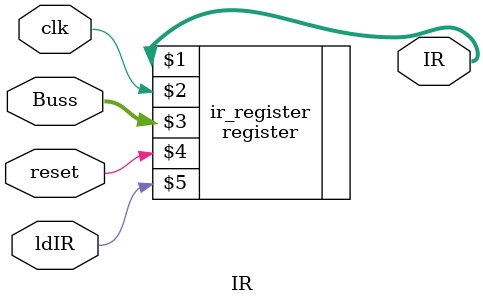
<source format=v>
module IR(IR, ldIR, clk, reset, Buss);
	output[15:0] IR;
	input clk, reset, ldIR;
	input[15:0] Buss;
	
	register ir_register(IR, clk, Buss, reset, ldIR);
endmodule


</source>
